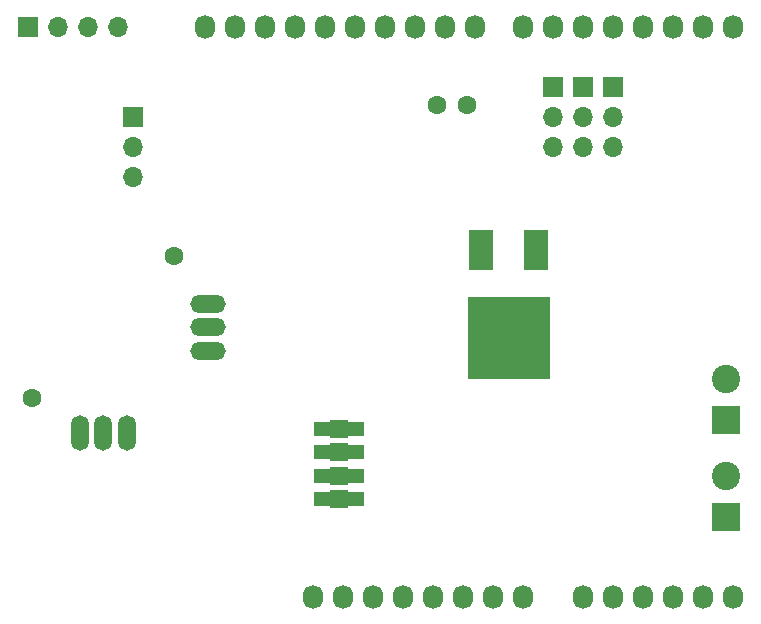
<source format=gbs>
G04 #@! TF.FileFunction,Soldermask,Bot*
%FSLAX46Y46*%
G04 Gerber Fmt 4.6, Leading zero omitted, Abs format (unit mm)*
G04 Created by KiCad (PCBNEW 4.0.6-e0-6349~53~ubuntu16.04.1) date Wed Aug  2 12:33:15 2017*
%MOMM*%
%LPD*%
G01*
G04 APERTURE LIST*
%ADD10C,0.100000*%
%ADD11O,1.727200X2.032000*%
%ADD12R,1.700000X1.700000*%
%ADD13O,1.700000X1.700000*%
%ADD14C,2.400000*%
%ADD15R,2.400000X2.400000*%
%ADD16O,1.500000X3.000000*%
%ADD17O,3.000000X1.500000*%
%ADD18C,1.599946*%
%ADD19C,1.600000*%
%ADD20R,0.600000X0.152400*%
%ADD21R,1.500000X1.300000*%
%ADD22R,1.524000X1.524000*%
%ADD23R,2.000000X3.500000*%
%ADD24R,7.000000X7.000000*%
G04 APERTURE END LIST*
D10*
D11*
X138938000Y-123825000D03*
X141478000Y-123825000D03*
X144018000Y-123825000D03*
X146558000Y-123825000D03*
X149098000Y-123825000D03*
X151638000Y-123825000D03*
X154178000Y-123825000D03*
X156718000Y-123825000D03*
X161798000Y-123825000D03*
X164338000Y-123825000D03*
X166878000Y-123825000D03*
X169418000Y-123825000D03*
X171958000Y-123825000D03*
X174498000Y-123825000D03*
X129794000Y-75565000D03*
X132334000Y-75565000D03*
X134874000Y-75565000D03*
X137414000Y-75565000D03*
X139954000Y-75565000D03*
X142494000Y-75565000D03*
X145034000Y-75565000D03*
X147574000Y-75565000D03*
X150114000Y-75565000D03*
X152654000Y-75565000D03*
X156718000Y-75565000D03*
X159258000Y-75565000D03*
X161798000Y-75565000D03*
X164338000Y-75565000D03*
X166878000Y-75565000D03*
X169418000Y-75565000D03*
X171958000Y-75565000D03*
X174498000Y-75565000D03*
D12*
X164338000Y-80645000D03*
D13*
X164338000Y-83185000D03*
X164338000Y-85725000D03*
D12*
X161798000Y-80645000D03*
D13*
X161798000Y-83185000D03*
X161798000Y-85725000D03*
D14*
X173888400Y-113581300D03*
D15*
X173888400Y-117081300D03*
D12*
X159258000Y-80645000D03*
D13*
X159258000Y-83185000D03*
X159258000Y-85725000D03*
D14*
X173888400Y-105313600D03*
D15*
X173888400Y-108813600D03*
D12*
X123698000Y-83185000D03*
D13*
X123698000Y-85725000D03*
X123698000Y-88265000D03*
D12*
X114808000Y-75565000D03*
D13*
X117348000Y-75565000D03*
X119888000Y-75565000D03*
X122428000Y-75565000D03*
D16*
X121158000Y-109940000D03*
X119158000Y-109940000D03*
X123158000Y-109940000D03*
D17*
X130008000Y-100965000D03*
X130008000Y-98965000D03*
X130008000Y-102965000D03*
D18*
X127157988Y-94965012D03*
X115158012Y-106964988D03*
D19*
X151993600Y-82194400D03*
X149453600Y-82194400D03*
D20*
X141458000Y-113553000D03*
D21*
X142508000Y-113553000D03*
X139808000Y-113553000D03*
D20*
X140858000Y-113553000D03*
D22*
X141158000Y-113553000D03*
D20*
X141458000Y-111553000D03*
D21*
X142508000Y-111553000D03*
X139808000Y-111553000D03*
D20*
X140858000Y-111553000D03*
D22*
X141158000Y-111553000D03*
D20*
X141458000Y-109553000D03*
D21*
X142508000Y-109553000D03*
X139808000Y-109553000D03*
D20*
X140858000Y-109553000D03*
D22*
X141158000Y-109553000D03*
D20*
X141458000Y-115553000D03*
D21*
X142508000Y-115553000D03*
X139808000Y-115553000D03*
D20*
X140858000Y-115553000D03*
D22*
X141158000Y-115553000D03*
D23*
X153186100Y-94459600D03*
X157766100Y-94459600D03*
D24*
X155486100Y-101859600D03*
M02*

</source>
